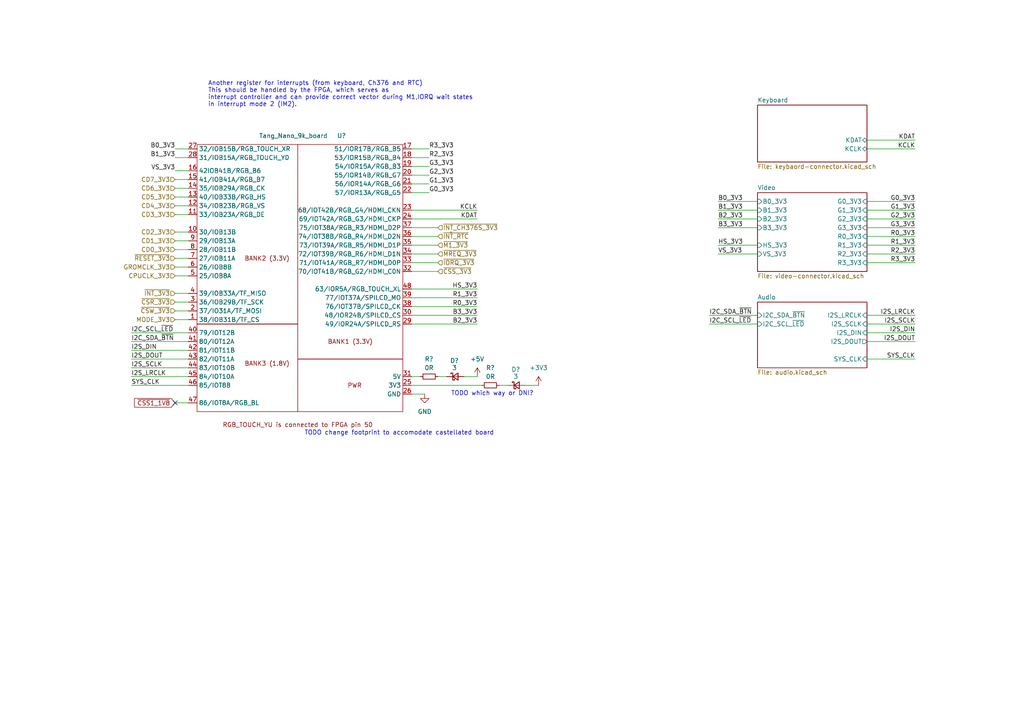
<source format=kicad_sch>
(kicad_sch (version 20230121) (generator eeschema)
  (paper "A4")
  (lib_symbols
    (symbol "Device:D_Schottky_Small" (pin_numbers hide) (pin_names (offset 0.254) hide)
      (property "Reference" "D" (at -1.27 2.032 0))
      (property "Value" "D_Schottky_Small" (at -7.112 -2.032 0))
      (symbol "D_Schottky_Small_0_1"
        (polyline (pts (xy -0.762 0) (xy 0.762 0)))
        (polyline (pts (xy 0.762 -1.016) (xy -0.762 0) (xy 0.762 1.016) (xy 0.762 -1.016)) (stroke (width 0.254)))
        (polyline (pts (xy -1.27 0.762) (xy -1.27 1.016) (xy -0.762 1.016) (xy -0.762 -1.016) (xy -0.254 -1.016) (xy -0.254 -0.762)) (stroke (width 0.254)))
      )
      (symbol "D_Schottky_Small_1_1"
        (pin passive line (at -2.54 0 0) (length 1.778) (name "K") (number "1"))
        (pin passive line (at 2.54 0 180) (length 1.778) (name "A") (number "2"))
      )
    )
    (symbol "Device:R_Small" (pin_numbers hide) (pin_names (offset 0.254) hide)
      (property "Reference" "R" (at 0.762 0.508 0))
      (property "Value" "R_Small" (at 0.762 -1.016 0))
      (symbol "R_Small_0_1"
        (rectangle (start -0.762 1.778) (end 0.762 -1.778) (stroke (width 0.2032)))
      )
      (symbol "R_Small_1_1"
        (pin passive line (at 0 2.54 270) (length 0.762) (name "~") (number "1"))
        (pin passive line (at 0 -2.54 90) (length 0.762) (name "~") (number "2"))
      )
    )
    (symbol "Tiny_Z80:Tang_Nano_9k_board"
      (property "Reference" "U26" (at 12.7 35.56 0))
      (property "Value" "Tang_Nano_9k_board" (at -1.27 35.56 0))
      (symbol "Tang_Nano_9k_board_0_0"
        (rectangle (start 44.45 7.62) (end 44.45 7.62))
        (rectangle (start 44.45 7.62) (end 44.45 7.62))
        (rectangle (start 44.45 7.62) (end 44.45 7.62))
        (rectangle (start 44.45 7.62) (end 44.45 7.62))
        (rectangle (start 44.45 7.62) (end 44.45 7.62))
        (rectangle (start 44.45 7.62) (end 44.45 7.62))
        (rectangle (start 44.45 7.62) (end 44.45 7.62))
        (rectangle (start 44.45 7.62) (end 44.45 7.62))
        (rectangle (start 44.45 7.62) (end 44.45 7.62))
        (rectangle (start 44.45 7.62) (end 44.45 7.62))
        (text "BANK1 (3.3V)" (at 15.24 -24.13 0) (effects (font (size 1.27 1.27))))
        (text "BANK2 (3.3V)" (at -8.89 0 0) (effects (font (size 1.27 1.27))))
        (text "BANK3 (1.8V)" (at -8.89 -30.48 0) (effects (font (size 1.27 1.27))))
        (text "PWR" (at 16.51 -36.83 0) (effects (font (size 1.27 1.27))))
        (text "RGB_TOUCH_YU is connected to FPGA pin 50" (at 0 -48.26 0) (effects (font (size 1.27 1.27))))
      )
      (symbol "Tang_Nano_9k_board_0_1"
        (rectangle (start -29.21 33.02) (end 0 -19.05))
        (rectangle (start 0 -44.45) (end -29.21 -19.05))
        (rectangle (start 0 -29.21) (end 30.48 -44.45))
        (rectangle (start 0 33.02) (end 30.48 -29.21))
      )
      (symbol "Tang_Nano_9k_board_1_1"
        (pin bidirectional line (at -31.75 -17.78 0) (length 2.54) (name "38/IOB31B/TF_CS") (number "1"))
        (pin bidirectional line (at -31.75 7.62 0) (length 2.54) (name "30/IOB13B") (number "10"))
        (pin bidirectional line (at -31.75 12.7 0) (length 2.54) (name "33/IOB23A/RGB_DE") (number "11"))
        (pin bidirectional line (at -31.75 15.24 0) (length 2.54) (name "34/IOB23B/RGB_VS") (number "12"))
        (pin bidirectional line (at -31.75 17.78 0) (length 2.54) (name "40/IOB33B/RGB_HS") (number "13"))
        (pin bidirectional line (at -31.75 20.32 0) (length 2.54) (name "35/IOB29A/RGB_CK") (number "14"))
        (pin bidirectional line (at -31.75 22.86 0) (length 2.54) (name "41/IOB41A/RGB_B7") (number "15"))
        (pin bidirectional line (at -31.75 25.4 0) (length 2.54) (name "42IOB41B/RGB_B6") (number "16"))
        (pin bidirectional line (at 33.02 31.75 180) (length 2.54) (name "51/IOR17B/RGB_B5") (number "17"))
        (pin bidirectional line (at 33.02 29.21 180) (length 2.54) (name "53/IOR15B/RGB_B4") (number "18"))
        (pin bidirectional line (at 33.02 26.67 180) (length 2.54) (name "54/IOR15A/RGB_B3") (number "19"))
        (pin bidirectional line (at -31.75 -15.24 0) (length 2.54) (name "37/IO31A/TF_MOSI") (number "2"))
        (pin bidirectional line (at 33.02 24.13 180) (length 2.54) (name "55/IOR14B/RGB_G7") (number "20"))
        (pin bidirectional line (at 33.02 21.59 180) (length 2.54) (name "56/IOR14A/RGB_G6") (number "21"))
        (pin bidirectional line (at 33.02 19.05 180) (length 2.54) (name "57/IOR13A/RGB_G5") (number "22"))
        (pin bidirectional line (at 33.02 13.97 180) (length 2.54) (name "68/IOT42B/RGB_G4/HDMI_CKN") (number "23"))
        (pin bidirectional line (at 33.02 11.43 180) (length 2.54) (name "69/IOT42A/RGB_G3/HDMI_CKP") (number "24"))
        (pin power_out line (at 33.02 -36.83 180) (length 2.54) (name "3V3") (number "25"))
        (pin power_out line (at 33.02 -39.37 180) (length 2.54) (name "GND") (number "26"))
        (pin bidirectional line (at -31.75 31.75 0) (length 2.54) (name "32/IOB15B/RGB_TOUCH_XR") (number "27"))
        (pin bidirectional line (at -31.75 29.21 0) (length 2.54) (name "31/IOB15A/RGB_TOUCH_YD") (number "28"))
        (pin bidirectional line (at 33.02 -19.05 180) (length 2.54) (name "49/IOR24A/SPILCD_RS") (number "29"))
        (pin bidirectional line (at -31.75 -12.7 0) (length 2.54) (name "36/IOB29B/TF_SCK") (number "3"))
        (pin bidirectional line (at 33.02 -16.51 180) (length 2.54) (name "48/IOR24B/SPILCD_CS") (number "30"))
        (pin power_out line (at 33.02 -34.29 180) (length 2.54) (name "5V") (number "31"))
        (pin bidirectional line (at 33.02 -3.81 180) (length 2.54) (name "70/IOT41B/RGB_G2/HDMI_C0N") (number "32"))
        (pin bidirectional line (at 33.02 -1.27 180) (length 2.54) (name "71/IOT41A/RGB_R7/HDMI_D0P") (number "33"))
        (pin bidirectional line (at 33.02 1.27 180) (length 2.54) (name "72/IOT39B/RGB_R6/HDMI_D1N") (number "34"))
        (pin bidirectional line (at 33.02 3.81 180) (length 2.54) (name "73/IOT39A/RGB_R5/HDMI_D1P") (number "35"))
        (pin bidirectional line (at 33.02 6.35 180) (length 2.54) (name "74/IOT38B/RGB_R4/HDMI_D2N") (number "36"))
        (pin bidirectional line (at 33.02 8.89 180) (length 2.54) (name "75/IOT38A/RGB_R3/HDMI_D2P") (number "37"))
        (pin bidirectional line (at 33.02 -13.97 180) (length 2.54) (name "76/IOT37B/SPILCD_CK") (number "38"))
        (pin bidirectional line (at 33.02 -11.43 180) (length 2.54) (name "77/IOT37A/SPILCD_MO") (number "39"))
        (pin bidirectional line (at -31.75 -10.16 0) (length 2.54) (name "39/IOB33A/TF_MISO") (number "4"))
        (pin bidirectional line (at -31.75 -21.59 0) (length 2.54) (name "79/IOT12B") (number "40"))
        (pin bidirectional line (at -31.75 -24.13 0) (length 2.54) (name "80/IOT12A") (number "41"))
        (pin bidirectional line (at -31.75 -26.67 0) (length 2.54) (name "81/IOT11B") (number "42"))
        (pin bidirectional line (at -31.75 -29.21 0) (length 2.54) (name "82/IOT11A") (number "43"))
        (pin bidirectional line (at -31.75 -31.75 0) (length 2.54) (name "83/IOT10B") (number "44"))
        (pin bidirectional line (at -31.75 -34.29 0) (length 2.54) (name "84/IOT10A") (number "45"))
        (pin bidirectional line (at -31.75 -36.83 0) (length 2.54) (name "85/IOT8B") (number "46"))
        (pin bidirectional line (at -31.75 -41.91 0) (length 2.54) (name "86/IOT8A/RGB_BL") (number "47"))
        (pin bidirectional line (at 33.02 -8.89 180) (length 2.54) (name "63/IOR5A/RGB_TOUCH_XL") (number "48"))
        (pin bidirectional line (at -31.75 -5.08 0) (length 2.54) (name "25/IOB8A") (number "5"))
        (pin bidirectional line (at -31.75 -2.54 0) (length 2.54) (name "26/IOB8B") (number "6"))
        (pin bidirectional line (at -31.75 0 0) (length 2.54) (name "27/IOB11A") (number "7"))
        (pin bidirectional line (at -31.75 2.54 0) (length 2.54) (name "28/IOB11B") (number "8"))
        (pin bidirectional line (at -31.75 5.08 0) (length 2.54) (name "29/IOB13A") (number "9"))
      )
    )
    (symbol "power:+3V3" (power) (pin_names (offset 0))
      (property "Value" "+3V3" (at 0 3.556 0))
      (symbol "+3V3_0_1"
        (polyline (pts (xy -0.762 1.27) (xy 0 2.54)))
        (polyline (pts (xy 0 0) (xy 0 2.54)))
        (polyline (pts (xy 0 2.54) (xy 0.762 1.27)))
      )
      (symbol "+3V3_1_1"
        (pin power_in line (at 0 0 90) (length 0) hide (name "+3V3") (number "1"))
      )
    )
    (symbol "power:+5V" (power) (pin_names (offset 0))
      (property "Value" "+5V" (at 0 3.556 0))
      (symbol "+5V_0_1"
        (polyline (pts (xy -0.762 1.27) (xy 0 2.54)))
        (polyline (pts (xy 0 0) (xy 0 2.54)))
        (polyline (pts (xy 0 2.54) (xy 0.762 1.27)))
      )
      (symbol "+5V_1_1"
        (pin power_in line (at 0 0 90) (length 0) hide (name "+5V") (number "1"))
      )
    )
    (symbol "power:GND" (power) (pin_names (offset 0))
      (property "Value" "GND" (at 0 -3.81 0))
      (symbol "GND_0_1"
        (polyline (pts (xy 0 0) (xy 0 -1.27) (xy 1.27 -1.27) (xy 0 -2.54) (xy -1.27 -1.27) (xy 0 -1.27)))
      )
      (symbol "GND_1_1"
        (pin power_in line (at 0 0 270) (length 0) hide (name "GND") (number "1"))
      )
    )
  )
  (no_connect (at 50.8 116.84))
  (wire (pts (xy 119.38 66.04) (xy 127 66.04)))
  (wire (pts (xy 50.8 74.93) (xy 54.61 74.93)))
  (wire (pts (xy 251.46 43.18) (xy 265.43 43.18)))
  (wire (pts (xy 119.38 109.22) (xy 121.92 109.22)))
  (wire (pts (xy 119.38 55.88) (xy 124.46 55.88)))
  (wire (pts (xy 38.1 106.68) (xy 54.61 106.68)))
  (wire (pts (xy 119.38 86.36) (xy 138.43 86.36)))
  (wire (pts (xy 251.46 93.98) (xy 265.43 93.98)))
  (wire (pts (xy 50.8 80.01) (xy 54.61 80.01)))
  (wire (pts (xy 50.8 85.09) (xy 54.61 85.09)))
  (wire (pts (xy 251.46 63.5) (xy 265.43 63.5)))
  (wire (pts (xy 50.8 52.07) (xy 54.61 52.07)))
  (wire (pts (xy 50.8 43.18) (xy 54.61 43.18)))
  (wire (pts (xy 50.8 54.61) (xy 54.61 54.61)))
  (wire (pts (xy 119.38 91.44) (xy 138.43 91.44)))
  (wire (pts (xy 119.38 83.82) (xy 138.43 83.82)))
  (wire (pts (xy 50.8 45.72) (xy 54.61 45.72)))
  (wire (pts (xy 251.46 76.2) (xy 265.43 76.2)))
  (wire (pts (xy 119.38 68.58) (xy 127 68.58)))
  (wire (pts (xy 119.38 114.3) (xy 123.19 114.3)))
  (wire (pts (xy 38.1 101.6) (xy 54.61 101.6)))
  (wire (pts (xy 251.46 40.64) (xy 265.43 40.64)))
  (wire (pts (xy 119.38 88.9) (xy 138.43 88.9)))
  (wire (pts (xy 251.46 68.58) (xy 265.43 68.58)))
  (wire (pts (xy 219.71 71.12) (xy 208.28 71.12)))
  (wire (pts (xy 251.46 71.12) (xy 265.43 71.12)))
  (wire (pts (xy 208.28 60.96) (xy 219.71 60.96)))
  (wire (pts (xy 119.38 76.2) (xy 127 76.2)))
  (wire (pts (xy 119.38 71.12) (xy 127 71.12)))
  (wire (pts (xy 50.8 77.47) (xy 54.61 77.47)))
  (wire (pts (xy 219.71 91.44) (xy 205.74 91.44)))
  (wire (pts (xy 251.46 91.44) (xy 265.43 91.44)))
  (wire (pts (xy 119.38 60.96) (xy 138.43 60.96)))
  (wire (pts (xy 251.46 104.14) (xy 265.43 104.14)))
  (wire (pts (xy 119.38 45.72) (xy 124.46 45.72)))
  (wire (pts (xy 50.8 90.17) (xy 54.61 90.17)))
  (wire (pts (xy 50.8 116.84) (xy 54.61 116.84)))
  (wire (pts (xy 144.78 111.76) (xy 147.32 111.76)))
  (wire (pts (xy 50.8 87.63) (xy 54.61 87.63)))
  (wire (pts (xy 119.38 111.76) (xy 139.7 111.76)))
  (wire (pts (xy 152.4 111.76) (xy 156.21 111.76)))
  (wire (pts (xy 251.46 73.66) (xy 265.43 73.66)))
  (wire (pts (xy 50.8 67.31) (xy 54.61 67.31)))
  (wire (pts (xy 208.28 63.5) (xy 219.71 63.5)))
  (wire (pts (xy 208.28 58.42) (xy 219.71 58.42)))
  (wire (pts (xy 119.38 48.26) (xy 124.46 48.26)))
  (wire (pts (xy 50.8 59.69) (xy 54.61 59.69)))
  (wire (pts (xy 119.38 50.8) (xy 124.46 50.8)))
  (wire (pts (xy 251.46 66.04) (xy 265.43 66.04)))
  (wire (pts (xy 38.1 109.22) (xy 54.61 109.22)))
  (wire (pts (xy 119.38 93.98) (xy 138.43 93.98)))
  (wire (pts (xy 251.46 96.52) (xy 265.43 96.52)))
  (wire (pts (xy 119.38 53.34) (xy 124.46 53.34)))
  (wire (pts (xy 127 109.22) (xy 129.54 109.22)))
  (wire (pts (xy 119.38 43.18) (xy 124.46 43.18)))
  (wire (pts (xy 50.8 69.85) (xy 54.61 69.85)))
  (wire (pts (xy 119.38 78.74) (xy 127 78.74)))
  (wire (pts (xy 50.8 49.53) (xy 54.61 49.53)))
  (wire (pts (xy 134.62 109.22) (xy 138.43 109.22)))
  (wire (pts (xy 38.1 104.14) (xy 54.61 104.14)))
  (wire (pts (xy 251.46 58.42) (xy 265.43 58.42)))
  (wire (pts (xy 208.28 73.66) (xy 219.71 73.66)))
  (wire (pts (xy 50.8 72.39) (xy 54.61 72.39)))
  (wire (pts (xy 50.8 57.15) (xy 54.61 57.15)))
  (wire (pts (xy 50.8 92.71) (xy 54.61 92.71)))
  (wire (pts (xy 38.1 96.52) (xy 54.61 96.52)))
  (wire (pts (xy 251.46 60.96) (xy 265.43 60.96)))
  (wire (pts (xy 119.38 73.66) (xy 127 73.66)))
  (wire (pts (xy 208.28 66.04) (xy 219.71 66.04)))
  (wire (pts (xy 205.74 93.98) (xy 219.71 93.98)))
  (wire (pts (xy 38.1 111.76) (xy 54.61 111.76)))
  (wire (pts (xy 38.1 99.06) (xy 54.61 99.06)))
  (wire (pts (xy 251.46 99.06) (xy 265.43 99.06)))
  (wire (pts (xy 50.8 62.23) (xy 54.61 62.23)))
  (wire (pts (xy 119.38 63.5) (xy 138.43 63.5)))
  (text "TODO change footprint to accomodate castellated board" (at 88.265 126.365 0) (effects (font (size 1.27 1.27)) (justify left bottom)))
  (text "Another register for interrupts (from keyboard, Ch376 and RTC)\nThis should be handled by the FPGA, which serves as\ninterrupt controller and can provide correct vector during M1,IORQ wait states\nin interrupt mode 2 (IM2).\n" (at 60.325 31.115 0) (effects (font (size 1.27 1.27)) (justify left bottom)))
  (text "TODO which way or DNI?" (at 130.81 114.935 0) (effects (font (size 1.27 1.27)) (justify left bottom)))
  (label "B2_3V3" (at 138.43 93.98 180))
  (label "I2S_SCLK" (at 38.1 106.68 0))
  (label "G1_3V3" (at 265.43 60.96 180))
  (label "VS_3V3" (at 50.8 49.53 180))
  (label "SYS_CLK" (at 265.43 104.14 180))
  (label "R2_3V3" (at 265.43 73.66 180))
  (label "G2_3V3" (at 265.43 63.5 180))
  (label "G1_3V3" (at 124.46 53.34 0))
  (label "B1_3V3" (at 208.28 60.96 0))
  (label "I2S_DIN" (at 38.1 101.6 0))
  (label "R3_3V3" (at 124.46 43.18 0))
  (label "R0_3V3" (at 138.43 88.9 180))
  (label "I2C_SDA_~{BTN}" (at 38.1 99.06 0))
  (label "KDAT" (at 265.43 40.64 180))
  (label "I2S_SCLK" (at 265.43 93.98 180))
  (label "B2_3V3" (at 208.28 63.5 0))
  (label "R0_3V3" (at 265.43 68.58 180))
  (label "I2S_DIN" (at 265.43 96.52 180))
  (label "R3_3V3" (at 265.43 76.2 180))
  (label "R1_3V3" (at 138.43 86.36 180))
  (label "HS_3V3" (at 138.43 83.82 180))
  (label "G3_3V3" (at 124.46 48.26 0))
  (label "I2S_DOUT" (at 265.43 99.06 180))
  (label "B0_3V3" (at 208.28 58.42 0))
  (label "I2C_SCL_~{LED}" (at 205.74 93.98 0))
  (label "G2_3V3" (at 124.46 50.8 0))
  (label "HS_3V3" (at 208.28 71.12 0))
  (label "B1_3V3" (at 50.8 45.72 180))
  (label "I2S_DOUT" (at 38.1 104.14 0))
  (label "KCLK" (at 265.43 43.18 180))
  (label "I2C_SCL_~{LED}" (at 38.1 96.52 0))
  (label "I2C_SDA_~{BTN}" (at 205.74 91.44 0))
  (label "VS_3V3" (at 208.28 73.66 0))
  (label "R1_3V3" (at 265.43 71.12 180))
  (label "B3_3V3" (at 138.43 91.44 180))
  (label "KDAT" (at 138.43 63.5 180))
  (label "B3_3V3" (at 208.28 66.04 0))
  (label "SYS_CLK" (at 38.1 111.76 0))
  (label "R2_3V3" (at 124.46 45.72 0))
  (label "B0_3V3" (at 50.8 43.18 180))
  (label "I2S_LRCLK" (at 265.43 91.44 180))
  (label "G0_3V3" (at 124.46 55.88 0))
  (label "KCLK" (at 138.43 60.96 180))
  (label "I2S_LRCLK" (at 38.1 109.22 0))
  (label "G0_3V3" (at 265.43 58.42 180))
  (label "G3_3V3" (at 265.43 66.04 180))
  (global_label "~{CSS1_1V8}" (shape input) (at 50.8 116.84 180) (property "Intersheetrefs" "${INTERSHEET_REFS}" (effects hide)))
  (hierarchical_label "~{M1_3V3}" (shape input) (at 127 71.12 0))
  (hierarchical_label "GROMCLK_3V3" (shape input) (at 50.8 77.47 180))
  (hierarchical_label "CD3_3V3" (shape input) (at 50.8 62.23 180))
  (hierarchical_label "CD7_3V3" (shape input) (at 50.8 52.07 180))
  (hierarchical_label "~{INT_CH376S_3V3}" (shape input) (at 127 66.04 0))
  (hierarchical_label "~{MREQ_3V3}" (shape input) (at 127 73.66 0))
  (hierarchical_label "CPUCLK_3V3" (shape input) (at 50.8 80.01 180))
  (hierarchical_label "CD1_3V3" (shape input) (at 50.8 69.85 180))
  (hierarchical_label "~{CSW_3V3}" (shape input) (at 50.8 90.17 180))
  (hierarchical_label "MODE_3V3" (shape input) (at 50.8 92.71 180))
  (hierarchical_label "~{RESET_3V3}" (shape input) (at 50.8 74.93 180))
  (hierarchical_label "~{INT_RTC}" (shape input) (at 127 68.58 0))
  (hierarchical_label "CD0_3V3" (shape input) (at 50.8 72.39 180))
  (hierarchical_label "CD4_3V3" (shape input) (at 50.8 59.69 180))
  (hierarchical_label "~{CSS_3V3}" (shape input) (at 127 78.74 0))
  (hierarchical_label "~{CSR_3V3}" (shape input) (at 50.8 87.63 180))
  (hierarchical_label "~{IORQ_3V3}" (shape input) (at 127 76.2 0))
  (hierarchical_label "CD5_3V3" (shape input) (at 50.8 57.15 180))
  (hierarchical_label "CD6_3V3" (shape input) (at 50.8 54.61 180))
  (hierarchical_label "CD2_3V3" (shape input) (at 50.8 67.31 180))
  (hierarchical_label "~{INT_3V3}" (shape input) (at 50.8 85.09 180))
  (symbol (lib_id "power:+3V3") (at 156.21 111.76 0) (unit 1)
    (property "Reference" "#PWR0134" (effects hide))
    (property "Value" "+3V3" (at 156.21 106.68 0))
    (instances (project "14-z80-flash" (path "" (reference "#PWR0134") (unit 1)) (path "" (reference "#PWR0134") (unit 1))) (project "tang-nano-9k" (path "" (reference "#PWR030") (unit 1))))
  )
  (symbol (lib_id "Device:R_Small") (at 124.46 109.22 90) (mirror x) (unit 1)
    (property "Reference" "R?" (at 124.46 104.14 90))
    (property "Value" "0R" (at 124.46 106.68 90))
    (property "Footprint" "Resistor_SMD:R_0402_1005Metric" (effects hide))
    (instances (project "14-z80-flash" (path "" (reference "R?") (unit 1)) (path "" (reference "R62") (unit 1))))
  )
  (symbol (lib_id "Tiny_Z80:Tang_Nano_9k_board") (at 86.36 74.93 0) (unit 1)
    (property "Reference" "U?" (at 99.06 39.37 0))
    (property "Value" "Tang_Nano_9k_board" (at 85.09 39.37 0))
    (property "Footprint" "footprints:Tang Nano 9K_castellated" (effects hide))
    (instances (project "14-z80-flash" (path "" (reference "U?") (unit 1)) (path "" (reference "U26") (unit 1))) (project "tang-nano-9k" (path "" (reference "U1") (unit 1))))
  )
  (symbol (lib_id "power:+5V") (at 138.43 109.22 0) (unit 1)
    (property "Reference" "#PWR0132" (effects hide))
    (property "Value" "+5V" (at 138.43 104.14 0))
    (instances (project "14-z80-flash" (path "" (reference "#PWR0132") (unit 1)) (path "" (reference "#PWR0133") (unit 1))) (project "tang-nano-9k" (path "" (reference "#PWR028") (unit 1))))
  )
  (symbol (lib_id "Device:D_Schottky_Small") (at 132.08 109.22 0) (unit 1)
    (property "Reference" "D?" (at 131.826 104.624 0))
    (property "Value" "3" (at 131.826 106.672 0))
    (property "Footprint" "Diode_SMD:D_MiniMELF" (effects hide))
    (instances (project "14-z80-flash" (path "" (reference "D?") (unit 1)) (path "" (reference "D52") (unit 1))))
  )
  (symbol (lib_id "Device:R_Small") (at 142.24 111.76 90) (mirror x) (unit 1)
    (property "Reference" "R?" (at 142.24 106.68 90))
    (property "Value" "0R" (at 142.24 109.22 90))
    (property "Footprint" "Resistor_SMD:R_0402_1005Metric" (effects hide))
    (instances (project "14-z80-flash" (path "" (reference "R?") (unit 1)) (path "" (reference "R63") (unit 1))))
  )
  (symbol (lib_id "Device:D_Schottky_Small") (at 149.86 111.76 0) (unit 1)
    (property "Reference" "D?" (at 149.606 107.164 0))
    (property "Value" "3" (at 149.606 109.212 0))
    (property "Footprint" "Diode_SMD:D_MiniMELF" (effects hide))
    (instances (project "14-z80-flash" (path "" (reference "D?") (unit 1)) (path "" (reference "D53") (unit 1))))
  )
  (symbol (lib_id "power:GND") (at 123.19 114.3 0) (unit 1)
    (property "Reference" "#PWR0133" (effects hide))
    (property "Value" "GND" (at 123.19 119.38 0))
    (instances (project "14-z80-flash" (path "" (reference "#PWR0133") (unit 1)) (path "" (reference "#PWR0132") (unit 1))) (project "tang-nano-9k" (path "" (reference "#PWR029") (unit 1))))
  )
  (sheet (at 219.71 87.63) (size 31.75 19.05) (stroke (width 0.1524))
    (property "Sheetname" "Audio" (at 219.71 86.9184 0) (effects (justify left bottom)))
    (property "Sheetfile" "audio.kicad_sch" (at 219.71 107.2646 0) (effects (justify left top)))
    (pin "I2S_LRCLK" input (at 251.46 91.44 0))
    (pin "I2S_SCLK" input (at 251.46 93.98 0))
    (pin "SYS_CLK" input (at 251.46 104.14 0))
    (pin "I2S_DIN" input (at 251.46 96.52 0))
    (pin "I2S_DOUT" output (at 251.46 99.06 0))
    (pin "I2C_SDA_~{BTN}" input (at 219.71 91.44 180))
    (pin "I2C_SCL_~{LED}" input (at 219.71 93.98 180))
  )
  (sheet (at 219.71 30.48) (size 31.75 16.51) (stroke (width 0.1524))
    (property "Sheetname" "Keyboard" (at 219.71 29.7684 0) (effects (justify left bottom)))
    (property "Sheetfile" "keybaord-connector.kicad_sch" (at 219.71 47.5746 0) (effects (justify left top)))
    (pin "KDAT" bidirectional (at 251.46 40.64 0))
    (pin "KCLK" bidirectional (at 251.46 43.18 0))
  )
  (sheet (at 219.71 55.88) (size 31.75 22.86) (stroke (width 0.1524))
    (property "Sheetname" "Video" (at 219.71 55.1684 0) (effects (justify left bottom)))
    (property "Sheetfile" "video-connector.kicad_sch" (at 219.71 79.3246 0) (effects (justify left top)))
    (pin "G0_3V3" input (at 251.46 58.42 0))
    (pin "G1_3V3" input (at 251.46 60.96 0))
    (pin "G2_3V3" input (at 251.46 63.5 0))
    (pin "R0_3V3" input (at 251.46 68.58 0))
    (pin "R1_3V3" input (at 251.46 71.12 0))
    (pin "R2_3V3" input (at 251.46 73.66 0))
    (pin "R3_3V3" input (at 251.46 76.2 0))
    (pin "B3_3V3" input (at 219.71 66.04 180))
    (pin "HS_3V3" input (at 219.71 71.12 180))
    (pin "VS_3V3" input (at 219.71 73.66 180))
    (pin "B1_3V3" input (at 219.71 60.96 180))
    (pin "G3_3V3" input (at 251.46 66.04 0))
    (pin "B0_3V3" input (at 219.71 58.42 180))
    (pin "B2_3V3" input (at 219.71 63.5 180))
  )
)
</source>
